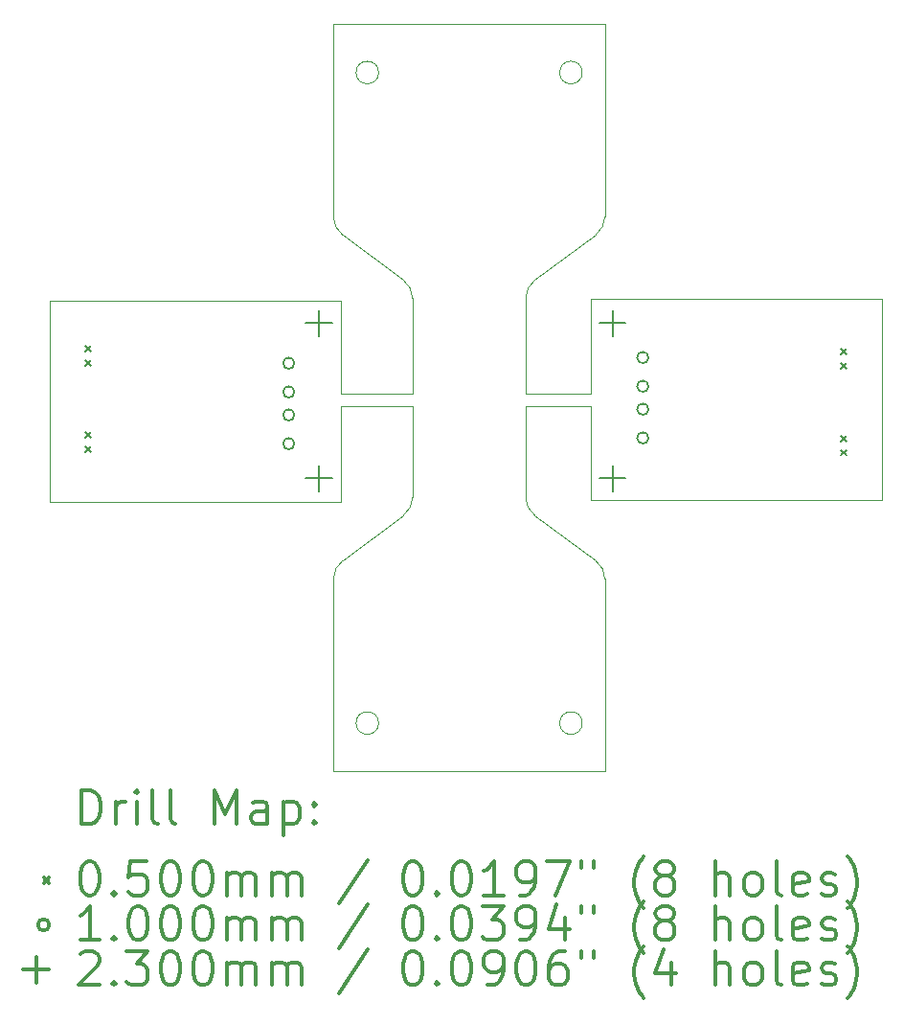
<source format=gbr>
%FSLAX45Y45*%
G04 Gerber Fmt 4.5, Leading zero omitted, Abs format (unit mm)*
G04 Created by KiCad (PCBNEW 5.1.10) date 2021-10-31 19:01:55*
%MOMM*%
%LPD*%
G01*
G04 APERTURE LIST*
%TA.AperFunction,Profile*%
%ADD10C,0.050000*%
%TD*%
%ADD11C,0.200000*%
%ADD12C,0.300000*%
G04 APERTURE END LIST*
D10*
X11415000Y-8790000D02*
X11415000Y-7975000D01*
X12050000Y-8900000D02*
X12050000Y-9709136D01*
X13050000Y-8790000D02*
X13625000Y-8790000D01*
X13050000Y-8900000D02*
X13625000Y-8900000D01*
X13050000Y-8790000D02*
X13050000Y-7950864D01*
X13625000Y-8900000D02*
X13625000Y-9735000D01*
X11415000Y-8900000D02*
X12050000Y-8900000D01*
X11415000Y-8790000D02*
X12050000Y-8790000D01*
X11430687Y-7389977D02*
X11969313Y-7790351D01*
X13750000Y-5530000D02*
X13750000Y-7229463D01*
X11430687Y-7389977D02*
G75*
G02*
X11350000Y-7229464I119313J160513D01*
G01*
X13750000Y-12130000D02*
X13750000Y-10430537D01*
X11969313Y-7790351D02*
G75*
G02*
X12050000Y-7950864I-119313J-160513D01*
G01*
X11750000Y-11705000D02*
G75*
G03*
X11750000Y-11705000I-100000J0D01*
G01*
X13050000Y-9709136D02*
X13050000Y-8900000D01*
X13669313Y-7389977D02*
X13130687Y-7790351D01*
X13750000Y-7229464D02*
G75*
G02*
X13669313Y-7389977I-200000J0D01*
G01*
X13750000Y-5530000D02*
X11350000Y-5530000D01*
X13750000Y-12130000D02*
X11350000Y-12130000D01*
X11350000Y-10430536D02*
G75*
G02*
X11430687Y-10270023I200000J0D01*
G01*
X11350000Y-5530000D02*
X11350000Y-7229464D01*
X13550000Y-11705000D02*
G75*
G03*
X13550000Y-11705000I-100000J0D01*
G01*
X13050000Y-7950864D02*
G75*
G02*
X13130687Y-7790351I200000J0D01*
G01*
X13550000Y-5955000D02*
G75*
G03*
X13550000Y-5955000I-100000J0D01*
G01*
X11430687Y-10270023D02*
X11969313Y-9869649D01*
X13669313Y-10270024D02*
G75*
G02*
X13750000Y-10430537I-119313J-160513D01*
G01*
X12050000Y-9709136D02*
G75*
G02*
X11969313Y-9869649I-200000J0D01*
G01*
X13130687Y-9869649D02*
G75*
G02*
X13050000Y-9709136I119313J160513D01*
G01*
X11750000Y-5955000D02*
G75*
G03*
X11750000Y-5955000I-100000J0D01*
G01*
X12050000Y-7950864D02*
X12050000Y-8790000D01*
X13669313Y-10270023D02*
X13130687Y-9869649D01*
X11350000Y-12130000D02*
X11350000Y-10430536D01*
X8840000Y-7975000D02*
X11415000Y-7975000D01*
X11415000Y-9750000D02*
X11415000Y-8900000D01*
X11415000Y-9750000D02*
X8840000Y-9750000D01*
X8840000Y-9750000D02*
X8840000Y-7975000D01*
X13625000Y-7960000D02*
X13625000Y-8790000D01*
X16200000Y-9735000D02*
X13625000Y-9735000D01*
X16200000Y-7960000D02*
X16200000Y-9735000D01*
X13625000Y-7960000D02*
X16200000Y-7960000D01*
D11*
X9155000Y-8370000D02*
X9205000Y-8420000D01*
X9205000Y-8370000D02*
X9155000Y-8420000D01*
X9155000Y-8495000D02*
X9205000Y-8545000D01*
X9205000Y-8495000D02*
X9155000Y-8545000D01*
X9155000Y-9135000D02*
X9205000Y-9185000D01*
X9205000Y-9135000D02*
X9155000Y-9185000D01*
X9155000Y-9260000D02*
X9205000Y-9310000D01*
X9205000Y-9260000D02*
X9155000Y-9310000D01*
X15835000Y-8400000D02*
X15885000Y-8450000D01*
X15885000Y-8400000D02*
X15835000Y-8450000D01*
X15835000Y-8525000D02*
X15885000Y-8575000D01*
X15885000Y-8525000D02*
X15835000Y-8575000D01*
X15835000Y-9165000D02*
X15885000Y-9215000D01*
X15885000Y-9165000D02*
X15835000Y-9215000D01*
X15835000Y-9290000D02*
X15885000Y-9340000D01*
X15885000Y-9290000D02*
X15835000Y-9340000D01*
X11005000Y-8525001D02*
G75*
G03*
X11005000Y-8525001I-50000J0D01*
G01*
X11005000Y-8779001D02*
G75*
G03*
X11005000Y-8779001I-50000J0D01*
G01*
X11005000Y-8982001D02*
G75*
G03*
X11005000Y-8982001I-50000J0D01*
G01*
X11005000Y-9236001D02*
G75*
G03*
X11005000Y-9236001I-50000J0D01*
G01*
X14135000Y-8474000D02*
G75*
G03*
X14135000Y-8474000I-50000J0D01*
G01*
X14135000Y-8728000D02*
G75*
G03*
X14135000Y-8728000I-50000J0D01*
G01*
X14135000Y-8931000D02*
G75*
G03*
X14135000Y-8931000I-50000J0D01*
G01*
X14135000Y-9185000D02*
G75*
G03*
X14135000Y-9185000I-50000J0D01*
G01*
X11222000Y-8054000D02*
X11222000Y-8284000D01*
X11107000Y-8169000D02*
X11337000Y-8169000D01*
X11222000Y-9426001D02*
X11222000Y-9656001D01*
X11107000Y-9541001D02*
X11337000Y-9541001D01*
X13818000Y-8054000D02*
X13818000Y-8284000D01*
X13703000Y-8169000D02*
X13933000Y-8169000D01*
X13818000Y-9426000D02*
X13818000Y-9656000D01*
X13703000Y-9541000D02*
X13933000Y-9541000D01*
D12*
X9123928Y-12598214D02*
X9123928Y-12298214D01*
X9195357Y-12298214D01*
X9238214Y-12312500D01*
X9266786Y-12341071D01*
X9281071Y-12369643D01*
X9295357Y-12426786D01*
X9295357Y-12469643D01*
X9281071Y-12526786D01*
X9266786Y-12555357D01*
X9238214Y-12583929D01*
X9195357Y-12598214D01*
X9123928Y-12598214D01*
X9423928Y-12598214D02*
X9423928Y-12398214D01*
X9423928Y-12455357D02*
X9438214Y-12426786D01*
X9452500Y-12412500D01*
X9481071Y-12398214D01*
X9509643Y-12398214D01*
X9609643Y-12598214D02*
X9609643Y-12398214D01*
X9609643Y-12298214D02*
X9595357Y-12312500D01*
X9609643Y-12326786D01*
X9623928Y-12312500D01*
X9609643Y-12298214D01*
X9609643Y-12326786D01*
X9795357Y-12598214D02*
X9766786Y-12583929D01*
X9752500Y-12555357D01*
X9752500Y-12298214D01*
X9952500Y-12598214D02*
X9923928Y-12583929D01*
X9909643Y-12555357D01*
X9909643Y-12298214D01*
X10295357Y-12598214D02*
X10295357Y-12298214D01*
X10395357Y-12512500D01*
X10495357Y-12298214D01*
X10495357Y-12598214D01*
X10766786Y-12598214D02*
X10766786Y-12441071D01*
X10752500Y-12412500D01*
X10723928Y-12398214D01*
X10666786Y-12398214D01*
X10638214Y-12412500D01*
X10766786Y-12583929D02*
X10738214Y-12598214D01*
X10666786Y-12598214D01*
X10638214Y-12583929D01*
X10623928Y-12555357D01*
X10623928Y-12526786D01*
X10638214Y-12498214D01*
X10666786Y-12483929D01*
X10738214Y-12483929D01*
X10766786Y-12469643D01*
X10909643Y-12398214D02*
X10909643Y-12698214D01*
X10909643Y-12412500D02*
X10938214Y-12398214D01*
X10995357Y-12398214D01*
X11023928Y-12412500D01*
X11038214Y-12426786D01*
X11052500Y-12455357D01*
X11052500Y-12541071D01*
X11038214Y-12569643D01*
X11023928Y-12583929D01*
X10995357Y-12598214D01*
X10938214Y-12598214D01*
X10909643Y-12583929D01*
X11181071Y-12569643D02*
X11195357Y-12583929D01*
X11181071Y-12598214D01*
X11166786Y-12583929D01*
X11181071Y-12569643D01*
X11181071Y-12598214D01*
X11181071Y-12412500D02*
X11195357Y-12426786D01*
X11181071Y-12441071D01*
X11166786Y-12426786D01*
X11181071Y-12412500D01*
X11181071Y-12441071D01*
X8787500Y-13067500D02*
X8837500Y-13117500D01*
X8837500Y-13067500D02*
X8787500Y-13117500D01*
X9181071Y-12928214D02*
X9209643Y-12928214D01*
X9238214Y-12942500D01*
X9252500Y-12956786D01*
X9266786Y-12985357D01*
X9281071Y-13042500D01*
X9281071Y-13113929D01*
X9266786Y-13171071D01*
X9252500Y-13199643D01*
X9238214Y-13213929D01*
X9209643Y-13228214D01*
X9181071Y-13228214D01*
X9152500Y-13213929D01*
X9138214Y-13199643D01*
X9123928Y-13171071D01*
X9109643Y-13113929D01*
X9109643Y-13042500D01*
X9123928Y-12985357D01*
X9138214Y-12956786D01*
X9152500Y-12942500D01*
X9181071Y-12928214D01*
X9409643Y-13199643D02*
X9423928Y-13213929D01*
X9409643Y-13228214D01*
X9395357Y-13213929D01*
X9409643Y-13199643D01*
X9409643Y-13228214D01*
X9695357Y-12928214D02*
X9552500Y-12928214D01*
X9538214Y-13071071D01*
X9552500Y-13056786D01*
X9581071Y-13042500D01*
X9652500Y-13042500D01*
X9681071Y-13056786D01*
X9695357Y-13071071D01*
X9709643Y-13099643D01*
X9709643Y-13171071D01*
X9695357Y-13199643D01*
X9681071Y-13213929D01*
X9652500Y-13228214D01*
X9581071Y-13228214D01*
X9552500Y-13213929D01*
X9538214Y-13199643D01*
X9895357Y-12928214D02*
X9923928Y-12928214D01*
X9952500Y-12942500D01*
X9966786Y-12956786D01*
X9981071Y-12985357D01*
X9995357Y-13042500D01*
X9995357Y-13113929D01*
X9981071Y-13171071D01*
X9966786Y-13199643D01*
X9952500Y-13213929D01*
X9923928Y-13228214D01*
X9895357Y-13228214D01*
X9866786Y-13213929D01*
X9852500Y-13199643D01*
X9838214Y-13171071D01*
X9823928Y-13113929D01*
X9823928Y-13042500D01*
X9838214Y-12985357D01*
X9852500Y-12956786D01*
X9866786Y-12942500D01*
X9895357Y-12928214D01*
X10181071Y-12928214D02*
X10209643Y-12928214D01*
X10238214Y-12942500D01*
X10252500Y-12956786D01*
X10266786Y-12985357D01*
X10281071Y-13042500D01*
X10281071Y-13113929D01*
X10266786Y-13171071D01*
X10252500Y-13199643D01*
X10238214Y-13213929D01*
X10209643Y-13228214D01*
X10181071Y-13228214D01*
X10152500Y-13213929D01*
X10138214Y-13199643D01*
X10123928Y-13171071D01*
X10109643Y-13113929D01*
X10109643Y-13042500D01*
X10123928Y-12985357D01*
X10138214Y-12956786D01*
X10152500Y-12942500D01*
X10181071Y-12928214D01*
X10409643Y-13228214D02*
X10409643Y-13028214D01*
X10409643Y-13056786D02*
X10423928Y-13042500D01*
X10452500Y-13028214D01*
X10495357Y-13028214D01*
X10523928Y-13042500D01*
X10538214Y-13071071D01*
X10538214Y-13228214D01*
X10538214Y-13071071D02*
X10552500Y-13042500D01*
X10581071Y-13028214D01*
X10623928Y-13028214D01*
X10652500Y-13042500D01*
X10666786Y-13071071D01*
X10666786Y-13228214D01*
X10809643Y-13228214D02*
X10809643Y-13028214D01*
X10809643Y-13056786D02*
X10823928Y-13042500D01*
X10852500Y-13028214D01*
X10895357Y-13028214D01*
X10923928Y-13042500D01*
X10938214Y-13071071D01*
X10938214Y-13228214D01*
X10938214Y-13071071D02*
X10952500Y-13042500D01*
X10981071Y-13028214D01*
X11023928Y-13028214D01*
X11052500Y-13042500D01*
X11066786Y-13071071D01*
X11066786Y-13228214D01*
X11652500Y-12913929D02*
X11395357Y-13299643D01*
X12038214Y-12928214D02*
X12066785Y-12928214D01*
X12095357Y-12942500D01*
X12109643Y-12956786D01*
X12123928Y-12985357D01*
X12138214Y-13042500D01*
X12138214Y-13113929D01*
X12123928Y-13171071D01*
X12109643Y-13199643D01*
X12095357Y-13213929D01*
X12066785Y-13228214D01*
X12038214Y-13228214D01*
X12009643Y-13213929D01*
X11995357Y-13199643D01*
X11981071Y-13171071D01*
X11966785Y-13113929D01*
X11966785Y-13042500D01*
X11981071Y-12985357D01*
X11995357Y-12956786D01*
X12009643Y-12942500D01*
X12038214Y-12928214D01*
X12266785Y-13199643D02*
X12281071Y-13213929D01*
X12266785Y-13228214D01*
X12252500Y-13213929D01*
X12266785Y-13199643D01*
X12266785Y-13228214D01*
X12466785Y-12928214D02*
X12495357Y-12928214D01*
X12523928Y-12942500D01*
X12538214Y-12956786D01*
X12552500Y-12985357D01*
X12566785Y-13042500D01*
X12566785Y-13113929D01*
X12552500Y-13171071D01*
X12538214Y-13199643D01*
X12523928Y-13213929D01*
X12495357Y-13228214D01*
X12466785Y-13228214D01*
X12438214Y-13213929D01*
X12423928Y-13199643D01*
X12409643Y-13171071D01*
X12395357Y-13113929D01*
X12395357Y-13042500D01*
X12409643Y-12985357D01*
X12423928Y-12956786D01*
X12438214Y-12942500D01*
X12466785Y-12928214D01*
X12852500Y-13228214D02*
X12681071Y-13228214D01*
X12766785Y-13228214D02*
X12766785Y-12928214D01*
X12738214Y-12971071D01*
X12709643Y-12999643D01*
X12681071Y-13013929D01*
X12995357Y-13228214D02*
X13052500Y-13228214D01*
X13081071Y-13213929D01*
X13095357Y-13199643D01*
X13123928Y-13156786D01*
X13138214Y-13099643D01*
X13138214Y-12985357D01*
X13123928Y-12956786D01*
X13109643Y-12942500D01*
X13081071Y-12928214D01*
X13023928Y-12928214D01*
X12995357Y-12942500D01*
X12981071Y-12956786D01*
X12966785Y-12985357D01*
X12966785Y-13056786D01*
X12981071Y-13085357D01*
X12995357Y-13099643D01*
X13023928Y-13113929D01*
X13081071Y-13113929D01*
X13109643Y-13099643D01*
X13123928Y-13085357D01*
X13138214Y-13056786D01*
X13238214Y-12928214D02*
X13438214Y-12928214D01*
X13309643Y-13228214D01*
X13538214Y-12928214D02*
X13538214Y-12985357D01*
X13652500Y-12928214D02*
X13652500Y-12985357D01*
X14095357Y-13342500D02*
X14081071Y-13328214D01*
X14052500Y-13285357D01*
X14038214Y-13256786D01*
X14023928Y-13213929D01*
X14009643Y-13142500D01*
X14009643Y-13085357D01*
X14023928Y-13013929D01*
X14038214Y-12971071D01*
X14052500Y-12942500D01*
X14081071Y-12899643D01*
X14095357Y-12885357D01*
X14252500Y-13056786D02*
X14223928Y-13042500D01*
X14209643Y-13028214D01*
X14195357Y-12999643D01*
X14195357Y-12985357D01*
X14209643Y-12956786D01*
X14223928Y-12942500D01*
X14252500Y-12928214D01*
X14309643Y-12928214D01*
X14338214Y-12942500D01*
X14352500Y-12956786D01*
X14366785Y-12985357D01*
X14366785Y-12999643D01*
X14352500Y-13028214D01*
X14338214Y-13042500D01*
X14309643Y-13056786D01*
X14252500Y-13056786D01*
X14223928Y-13071071D01*
X14209643Y-13085357D01*
X14195357Y-13113929D01*
X14195357Y-13171071D01*
X14209643Y-13199643D01*
X14223928Y-13213929D01*
X14252500Y-13228214D01*
X14309643Y-13228214D01*
X14338214Y-13213929D01*
X14352500Y-13199643D01*
X14366785Y-13171071D01*
X14366785Y-13113929D01*
X14352500Y-13085357D01*
X14338214Y-13071071D01*
X14309643Y-13056786D01*
X14723928Y-13228214D02*
X14723928Y-12928214D01*
X14852500Y-13228214D02*
X14852500Y-13071071D01*
X14838214Y-13042500D01*
X14809643Y-13028214D01*
X14766785Y-13028214D01*
X14738214Y-13042500D01*
X14723928Y-13056786D01*
X15038214Y-13228214D02*
X15009643Y-13213929D01*
X14995357Y-13199643D01*
X14981071Y-13171071D01*
X14981071Y-13085357D01*
X14995357Y-13056786D01*
X15009643Y-13042500D01*
X15038214Y-13028214D01*
X15081071Y-13028214D01*
X15109643Y-13042500D01*
X15123928Y-13056786D01*
X15138214Y-13085357D01*
X15138214Y-13171071D01*
X15123928Y-13199643D01*
X15109643Y-13213929D01*
X15081071Y-13228214D01*
X15038214Y-13228214D01*
X15309643Y-13228214D02*
X15281071Y-13213929D01*
X15266785Y-13185357D01*
X15266785Y-12928214D01*
X15538214Y-13213929D02*
X15509643Y-13228214D01*
X15452500Y-13228214D01*
X15423928Y-13213929D01*
X15409643Y-13185357D01*
X15409643Y-13071071D01*
X15423928Y-13042500D01*
X15452500Y-13028214D01*
X15509643Y-13028214D01*
X15538214Y-13042500D01*
X15552500Y-13071071D01*
X15552500Y-13099643D01*
X15409643Y-13128214D01*
X15666785Y-13213929D02*
X15695357Y-13228214D01*
X15752500Y-13228214D01*
X15781071Y-13213929D01*
X15795357Y-13185357D01*
X15795357Y-13171071D01*
X15781071Y-13142500D01*
X15752500Y-13128214D01*
X15709643Y-13128214D01*
X15681071Y-13113929D01*
X15666785Y-13085357D01*
X15666785Y-13071071D01*
X15681071Y-13042500D01*
X15709643Y-13028214D01*
X15752500Y-13028214D01*
X15781071Y-13042500D01*
X15895357Y-13342500D02*
X15909643Y-13328214D01*
X15938214Y-13285357D01*
X15952500Y-13256786D01*
X15966785Y-13213929D01*
X15981071Y-13142500D01*
X15981071Y-13085357D01*
X15966785Y-13013929D01*
X15952500Y-12971071D01*
X15938214Y-12942500D01*
X15909643Y-12899643D01*
X15895357Y-12885357D01*
X8837500Y-13488500D02*
G75*
G03*
X8837500Y-13488500I-50000J0D01*
G01*
X9281071Y-13624214D02*
X9109643Y-13624214D01*
X9195357Y-13624214D02*
X9195357Y-13324214D01*
X9166786Y-13367071D01*
X9138214Y-13395643D01*
X9109643Y-13409929D01*
X9409643Y-13595643D02*
X9423928Y-13609929D01*
X9409643Y-13624214D01*
X9395357Y-13609929D01*
X9409643Y-13595643D01*
X9409643Y-13624214D01*
X9609643Y-13324214D02*
X9638214Y-13324214D01*
X9666786Y-13338500D01*
X9681071Y-13352786D01*
X9695357Y-13381357D01*
X9709643Y-13438500D01*
X9709643Y-13509929D01*
X9695357Y-13567071D01*
X9681071Y-13595643D01*
X9666786Y-13609929D01*
X9638214Y-13624214D01*
X9609643Y-13624214D01*
X9581071Y-13609929D01*
X9566786Y-13595643D01*
X9552500Y-13567071D01*
X9538214Y-13509929D01*
X9538214Y-13438500D01*
X9552500Y-13381357D01*
X9566786Y-13352786D01*
X9581071Y-13338500D01*
X9609643Y-13324214D01*
X9895357Y-13324214D02*
X9923928Y-13324214D01*
X9952500Y-13338500D01*
X9966786Y-13352786D01*
X9981071Y-13381357D01*
X9995357Y-13438500D01*
X9995357Y-13509929D01*
X9981071Y-13567071D01*
X9966786Y-13595643D01*
X9952500Y-13609929D01*
X9923928Y-13624214D01*
X9895357Y-13624214D01*
X9866786Y-13609929D01*
X9852500Y-13595643D01*
X9838214Y-13567071D01*
X9823928Y-13509929D01*
X9823928Y-13438500D01*
X9838214Y-13381357D01*
X9852500Y-13352786D01*
X9866786Y-13338500D01*
X9895357Y-13324214D01*
X10181071Y-13324214D02*
X10209643Y-13324214D01*
X10238214Y-13338500D01*
X10252500Y-13352786D01*
X10266786Y-13381357D01*
X10281071Y-13438500D01*
X10281071Y-13509929D01*
X10266786Y-13567071D01*
X10252500Y-13595643D01*
X10238214Y-13609929D01*
X10209643Y-13624214D01*
X10181071Y-13624214D01*
X10152500Y-13609929D01*
X10138214Y-13595643D01*
X10123928Y-13567071D01*
X10109643Y-13509929D01*
X10109643Y-13438500D01*
X10123928Y-13381357D01*
X10138214Y-13352786D01*
X10152500Y-13338500D01*
X10181071Y-13324214D01*
X10409643Y-13624214D02*
X10409643Y-13424214D01*
X10409643Y-13452786D02*
X10423928Y-13438500D01*
X10452500Y-13424214D01*
X10495357Y-13424214D01*
X10523928Y-13438500D01*
X10538214Y-13467071D01*
X10538214Y-13624214D01*
X10538214Y-13467071D02*
X10552500Y-13438500D01*
X10581071Y-13424214D01*
X10623928Y-13424214D01*
X10652500Y-13438500D01*
X10666786Y-13467071D01*
X10666786Y-13624214D01*
X10809643Y-13624214D02*
X10809643Y-13424214D01*
X10809643Y-13452786D02*
X10823928Y-13438500D01*
X10852500Y-13424214D01*
X10895357Y-13424214D01*
X10923928Y-13438500D01*
X10938214Y-13467071D01*
X10938214Y-13624214D01*
X10938214Y-13467071D02*
X10952500Y-13438500D01*
X10981071Y-13424214D01*
X11023928Y-13424214D01*
X11052500Y-13438500D01*
X11066786Y-13467071D01*
X11066786Y-13624214D01*
X11652500Y-13309929D02*
X11395357Y-13695643D01*
X12038214Y-13324214D02*
X12066785Y-13324214D01*
X12095357Y-13338500D01*
X12109643Y-13352786D01*
X12123928Y-13381357D01*
X12138214Y-13438500D01*
X12138214Y-13509929D01*
X12123928Y-13567071D01*
X12109643Y-13595643D01*
X12095357Y-13609929D01*
X12066785Y-13624214D01*
X12038214Y-13624214D01*
X12009643Y-13609929D01*
X11995357Y-13595643D01*
X11981071Y-13567071D01*
X11966785Y-13509929D01*
X11966785Y-13438500D01*
X11981071Y-13381357D01*
X11995357Y-13352786D01*
X12009643Y-13338500D01*
X12038214Y-13324214D01*
X12266785Y-13595643D02*
X12281071Y-13609929D01*
X12266785Y-13624214D01*
X12252500Y-13609929D01*
X12266785Y-13595643D01*
X12266785Y-13624214D01*
X12466785Y-13324214D02*
X12495357Y-13324214D01*
X12523928Y-13338500D01*
X12538214Y-13352786D01*
X12552500Y-13381357D01*
X12566785Y-13438500D01*
X12566785Y-13509929D01*
X12552500Y-13567071D01*
X12538214Y-13595643D01*
X12523928Y-13609929D01*
X12495357Y-13624214D01*
X12466785Y-13624214D01*
X12438214Y-13609929D01*
X12423928Y-13595643D01*
X12409643Y-13567071D01*
X12395357Y-13509929D01*
X12395357Y-13438500D01*
X12409643Y-13381357D01*
X12423928Y-13352786D01*
X12438214Y-13338500D01*
X12466785Y-13324214D01*
X12666785Y-13324214D02*
X12852500Y-13324214D01*
X12752500Y-13438500D01*
X12795357Y-13438500D01*
X12823928Y-13452786D01*
X12838214Y-13467071D01*
X12852500Y-13495643D01*
X12852500Y-13567071D01*
X12838214Y-13595643D01*
X12823928Y-13609929D01*
X12795357Y-13624214D01*
X12709643Y-13624214D01*
X12681071Y-13609929D01*
X12666785Y-13595643D01*
X12995357Y-13624214D02*
X13052500Y-13624214D01*
X13081071Y-13609929D01*
X13095357Y-13595643D01*
X13123928Y-13552786D01*
X13138214Y-13495643D01*
X13138214Y-13381357D01*
X13123928Y-13352786D01*
X13109643Y-13338500D01*
X13081071Y-13324214D01*
X13023928Y-13324214D01*
X12995357Y-13338500D01*
X12981071Y-13352786D01*
X12966785Y-13381357D01*
X12966785Y-13452786D01*
X12981071Y-13481357D01*
X12995357Y-13495643D01*
X13023928Y-13509929D01*
X13081071Y-13509929D01*
X13109643Y-13495643D01*
X13123928Y-13481357D01*
X13138214Y-13452786D01*
X13395357Y-13424214D02*
X13395357Y-13624214D01*
X13323928Y-13309929D02*
X13252500Y-13524214D01*
X13438214Y-13524214D01*
X13538214Y-13324214D02*
X13538214Y-13381357D01*
X13652500Y-13324214D02*
X13652500Y-13381357D01*
X14095357Y-13738500D02*
X14081071Y-13724214D01*
X14052500Y-13681357D01*
X14038214Y-13652786D01*
X14023928Y-13609929D01*
X14009643Y-13538500D01*
X14009643Y-13481357D01*
X14023928Y-13409929D01*
X14038214Y-13367071D01*
X14052500Y-13338500D01*
X14081071Y-13295643D01*
X14095357Y-13281357D01*
X14252500Y-13452786D02*
X14223928Y-13438500D01*
X14209643Y-13424214D01*
X14195357Y-13395643D01*
X14195357Y-13381357D01*
X14209643Y-13352786D01*
X14223928Y-13338500D01*
X14252500Y-13324214D01*
X14309643Y-13324214D01*
X14338214Y-13338500D01*
X14352500Y-13352786D01*
X14366785Y-13381357D01*
X14366785Y-13395643D01*
X14352500Y-13424214D01*
X14338214Y-13438500D01*
X14309643Y-13452786D01*
X14252500Y-13452786D01*
X14223928Y-13467071D01*
X14209643Y-13481357D01*
X14195357Y-13509929D01*
X14195357Y-13567071D01*
X14209643Y-13595643D01*
X14223928Y-13609929D01*
X14252500Y-13624214D01*
X14309643Y-13624214D01*
X14338214Y-13609929D01*
X14352500Y-13595643D01*
X14366785Y-13567071D01*
X14366785Y-13509929D01*
X14352500Y-13481357D01*
X14338214Y-13467071D01*
X14309643Y-13452786D01*
X14723928Y-13624214D02*
X14723928Y-13324214D01*
X14852500Y-13624214D02*
X14852500Y-13467071D01*
X14838214Y-13438500D01*
X14809643Y-13424214D01*
X14766785Y-13424214D01*
X14738214Y-13438500D01*
X14723928Y-13452786D01*
X15038214Y-13624214D02*
X15009643Y-13609929D01*
X14995357Y-13595643D01*
X14981071Y-13567071D01*
X14981071Y-13481357D01*
X14995357Y-13452786D01*
X15009643Y-13438500D01*
X15038214Y-13424214D01*
X15081071Y-13424214D01*
X15109643Y-13438500D01*
X15123928Y-13452786D01*
X15138214Y-13481357D01*
X15138214Y-13567071D01*
X15123928Y-13595643D01*
X15109643Y-13609929D01*
X15081071Y-13624214D01*
X15038214Y-13624214D01*
X15309643Y-13624214D02*
X15281071Y-13609929D01*
X15266785Y-13581357D01*
X15266785Y-13324214D01*
X15538214Y-13609929D02*
X15509643Y-13624214D01*
X15452500Y-13624214D01*
X15423928Y-13609929D01*
X15409643Y-13581357D01*
X15409643Y-13467071D01*
X15423928Y-13438500D01*
X15452500Y-13424214D01*
X15509643Y-13424214D01*
X15538214Y-13438500D01*
X15552500Y-13467071D01*
X15552500Y-13495643D01*
X15409643Y-13524214D01*
X15666785Y-13609929D02*
X15695357Y-13624214D01*
X15752500Y-13624214D01*
X15781071Y-13609929D01*
X15795357Y-13581357D01*
X15795357Y-13567071D01*
X15781071Y-13538500D01*
X15752500Y-13524214D01*
X15709643Y-13524214D01*
X15681071Y-13509929D01*
X15666785Y-13481357D01*
X15666785Y-13467071D01*
X15681071Y-13438500D01*
X15709643Y-13424214D01*
X15752500Y-13424214D01*
X15781071Y-13438500D01*
X15895357Y-13738500D02*
X15909643Y-13724214D01*
X15938214Y-13681357D01*
X15952500Y-13652786D01*
X15966785Y-13609929D01*
X15981071Y-13538500D01*
X15981071Y-13481357D01*
X15966785Y-13409929D01*
X15952500Y-13367071D01*
X15938214Y-13338500D01*
X15909643Y-13295643D01*
X15895357Y-13281357D01*
X8722500Y-13769500D02*
X8722500Y-13999500D01*
X8607500Y-13884500D02*
X8837500Y-13884500D01*
X9109643Y-13748786D02*
X9123928Y-13734500D01*
X9152500Y-13720214D01*
X9223928Y-13720214D01*
X9252500Y-13734500D01*
X9266786Y-13748786D01*
X9281071Y-13777357D01*
X9281071Y-13805929D01*
X9266786Y-13848786D01*
X9095357Y-14020214D01*
X9281071Y-14020214D01*
X9409643Y-13991643D02*
X9423928Y-14005929D01*
X9409643Y-14020214D01*
X9395357Y-14005929D01*
X9409643Y-13991643D01*
X9409643Y-14020214D01*
X9523928Y-13720214D02*
X9709643Y-13720214D01*
X9609643Y-13834500D01*
X9652500Y-13834500D01*
X9681071Y-13848786D01*
X9695357Y-13863071D01*
X9709643Y-13891643D01*
X9709643Y-13963071D01*
X9695357Y-13991643D01*
X9681071Y-14005929D01*
X9652500Y-14020214D01*
X9566786Y-14020214D01*
X9538214Y-14005929D01*
X9523928Y-13991643D01*
X9895357Y-13720214D02*
X9923928Y-13720214D01*
X9952500Y-13734500D01*
X9966786Y-13748786D01*
X9981071Y-13777357D01*
X9995357Y-13834500D01*
X9995357Y-13905929D01*
X9981071Y-13963071D01*
X9966786Y-13991643D01*
X9952500Y-14005929D01*
X9923928Y-14020214D01*
X9895357Y-14020214D01*
X9866786Y-14005929D01*
X9852500Y-13991643D01*
X9838214Y-13963071D01*
X9823928Y-13905929D01*
X9823928Y-13834500D01*
X9838214Y-13777357D01*
X9852500Y-13748786D01*
X9866786Y-13734500D01*
X9895357Y-13720214D01*
X10181071Y-13720214D02*
X10209643Y-13720214D01*
X10238214Y-13734500D01*
X10252500Y-13748786D01*
X10266786Y-13777357D01*
X10281071Y-13834500D01*
X10281071Y-13905929D01*
X10266786Y-13963071D01*
X10252500Y-13991643D01*
X10238214Y-14005929D01*
X10209643Y-14020214D01*
X10181071Y-14020214D01*
X10152500Y-14005929D01*
X10138214Y-13991643D01*
X10123928Y-13963071D01*
X10109643Y-13905929D01*
X10109643Y-13834500D01*
X10123928Y-13777357D01*
X10138214Y-13748786D01*
X10152500Y-13734500D01*
X10181071Y-13720214D01*
X10409643Y-14020214D02*
X10409643Y-13820214D01*
X10409643Y-13848786D02*
X10423928Y-13834500D01*
X10452500Y-13820214D01*
X10495357Y-13820214D01*
X10523928Y-13834500D01*
X10538214Y-13863071D01*
X10538214Y-14020214D01*
X10538214Y-13863071D02*
X10552500Y-13834500D01*
X10581071Y-13820214D01*
X10623928Y-13820214D01*
X10652500Y-13834500D01*
X10666786Y-13863071D01*
X10666786Y-14020214D01*
X10809643Y-14020214D02*
X10809643Y-13820214D01*
X10809643Y-13848786D02*
X10823928Y-13834500D01*
X10852500Y-13820214D01*
X10895357Y-13820214D01*
X10923928Y-13834500D01*
X10938214Y-13863071D01*
X10938214Y-14020214D01*
X10938214Y-13863071D02*
X10952500Y-13834500D01*
X10981071Y-13820214D01*
X11023928Y-13820214D01*
X11052500Y-13834500D01*
X11066786Y-13863071D01*
X11066786Y-14020214D01*
X11652500Y-13705929D02*
X11395357Y-14091643D01*
X12038214Y-13720214D02*
X12066785Y-13720214D01*
X12095357Y-13734500D01*
X12109643Y-13748786D01*
X12123928Y-13777357D01*
X12138214Y-13834500D01*
X12138214Y-13905929D01*
X12123928Y-13963071D01*
X12109643Y-13991643D01*
X12095357Y-14005929D01*
X12066785Y-14020214D01*
X12038214Y-14020214D01*
X12009643Y-14005929D01*
X11995357Y-13991643D01*
X11981071Y-13963071D01*
X11966785Y-13905929D01*
X11966785Y-13834500D01*
X11981071Y-13777357D01*
X11995357Y-13748786D01*
X12009643Y-13734500D01*
X12038214Y-13720214D01*
X12266785Y-13991643D02*
X12281071Y-14005929D01*
X12266785Y-14020214D01*
X12252500Y-14005929D01*
X12266785Y-13991643D01*
X12266785Y-14020214D01*
X12466785Y-13720214D02*
X12495357Y-13720214D01*
X12523928Y-13734500D01*
X12538214Y-13748786D01*
X12552500Y-13777357D01*
X12566785Y-13834500D01*
X12566785Y-13905929D01*
X12552500Y-13963071D01*
X12538214Y-13991643D01*
X12523928Y-14005929D01*
X12495357Y-14020214D01*
X12466785Y-14020214D01*
X12438214Y-14005929D01*
X12423928Y-13991643D01*
X12409643Y-13963071D01*
X12395357Y-13905929D01*
X12395357Y-13834500D01*
X12409643Y-13777357D01*
X12423928Y-13748786D01*
X12438214Y-13734500D01*
X12466785Y-13720214D01*
X12709643Y-14020214D02*
X12766785Y-14020214D01*
X12795357Y-14005929D01*
X12809643Y-13991643D01*
X12838214Y-13948786D01*
X12852500Y-13891643D01*
X12852500Y-13777357D01*
X12838214Y-13748786D01*
X12823928Y-13734500D01*
X12795357Y-13720214D01*
X12738214Y-13720214D01*
X12709643Y-13734500D01*
X12695357Y-13748786D01*
X12681071Y-13777357D01*
X12681071Y-13848786D01*
X12695357Y-13877357D01*
X12709643Y-13891643D01*
X12738214Y-13905929D01*
X12795357Y-13905929D01*
X12823928Y-13891643D01*
X12838214Y-13877357D01*
X12852500Y-13848786D01*
X13038214Y-13720214D02*
X13066785Y-13720214D01*
X13095357Y-13734500D01*
X13109643Y-13748786D01*
X13123928Y-13777357D01*
X13138214Y-13834500D01*
X13138214Y-13905929D01*
X13123928Y-13963071D01*
X13109643Y-13991643D01*
X13095357Y-14005929D01*
X13066785Y-14020214D01*
X13038214Y-14020214D01*
X13009643Y-14005929D01*
X12995357Y-13991643D01*
X12981071Y-13963071D01*
X12966785Y-13905929D01*
X12966785Y-13834500D01*
X12981071Y-13777357D01*
X12995357Y-13748786D01*
X13009643Y-13734500D01*
X13038214Y-13720214D01*
X13395357Y-13720214D02*
X13338214Y-13720214D01*
X13309643Y-13734500D01*
X13295357Y-13748786D01*
X13266785Y-13791643D01*
X13252500Y-13848786D01*
X13252500Y-13963071D01*
X13266785Y-13991643D01*
X13281071Y-14005929D01*
X13309643Y-14020214D01*
X13366785Y-14020214D01*
X13395357Y-14005929D01*
X13409643Y-13991643D01*
X13423928Y-13963071D01*
X13423928Y-13891643D01*
X13409643Y-13863071D01*
X13395357Y-13848786D01*
X13366785Y-13834500D01*
X13309643Y-13834500D01*
X13281071Y-13848786D01*
X13266785Y-13863071D01*
X13252500Y-13891643D01*
X13538214Y-13720214D02*
X13538214Y-13777357D01*
X13652500Y-13720214D02*
X13652500Y-13777357D01*
X14095357Y-14134500D02*
X14081071Y-14120214D01*
X14052500Y-14077357D01*
X14038214Y-14048786D01*
X14023928Y-14005929D01*
X14009643Y-13934500D01*
X14009643Y-13877357D01*
X14023928Y-13805929D01*
X14038214Y-13763071D01*
X14052500Y-13734500D01*
X14081071Y-13691643D01*
X14095357Y-13677357D01*
X14338214Y-13820214D02*
X14338214Y-14020214D01*
X14266785Y-13705929D02*
X14195357Y-13920214D01*
X14381071Y-13920214D01*
X14723928Y-14020214D02*
X14723928Y-13720214D01*
X14852500Y-14020214D02*
X14852500Y-13863071D01*
X14838214Y-13834500D01*
X14809643Y-13820214D01*
X14766785Y-13820214D01*
X14738214Y-13834500D01*
X14723928Y-13848786D01*
X15038214Y-14020214D02*
X15009643Y-14005929D01*
X14995357Y-13991643D01*
X14981071Y-13963071D01*
X14981071Y-13877357D01*
X14995357Y-13848786D01*
X15009643Y-13834500D01*
X15038214Y-13820214D01*
X15081071Y-13820214D01*
X15109643Y-13834500D01*
X15123928Y-13848786D01*
X15138214Y-13877357D01*
X15138214Y-13963071D01*
X15123928Y-13991643D01*
X15109643Y-14005929D01*
X15081071Y-14020214D01*
X15038214Y-14020214D01*
X15309643Y-14020214D02*
X15281071Y-14005929D01*
X15266785Y-13977357D01*
X15266785Y-13720214D01*
X15538214Y-14005929D02*
X15509643Y-14020214D01*
X15452500Y-14020214D01*
X15423928Y-14005929D01*
X15409643Y-13977357D01*
X15409643Y-13863071D01*
X15423928Y-13834500D01*
X15452500Y-13820214D01*
X15509643Y-13820214D01*
X15538214Y-13834500D01*
X15552500Y-13863071D01*
X15552500Y-13891643D01*
X15409643Y-13920214D01*
X15666785Y-14005929D02*
X15695357Y-14020214D01*
X15752500Y-14020214D01*
X15781071Y-14005929D01*
X15795357Y-13977357D01*
X15795357Y-13963071D01*
X15781071Y-13934500D01*
X15752500Y-13920214D01*
X15709643Y-13920214D01*
X15681071Y-13905929D01*
X15666785Y-13877357D01*
X15666785Y-13863071D01*
X15681071Y-13834500D01*
X15709643Y-13820214D01*
X15752500Y-13820214D01*
X15781071Y-13834500D01*
X15895357Y-14134500D02*
X15909643Y-14120214D01*
X15938214Y-14077357D01*
X15952500Y-14048786D01*
X15966785Y-14005929D01*
X15981071Y-13934500D01*
X15981071Y-13877357D01*
X15966785Y-13805929D01*
X15952500Y-13763071D01*
X15938214Y-13734500D01*
X15909643Y-13691643D01*
X15895357Y-13677357D01*
M02*

</source>
